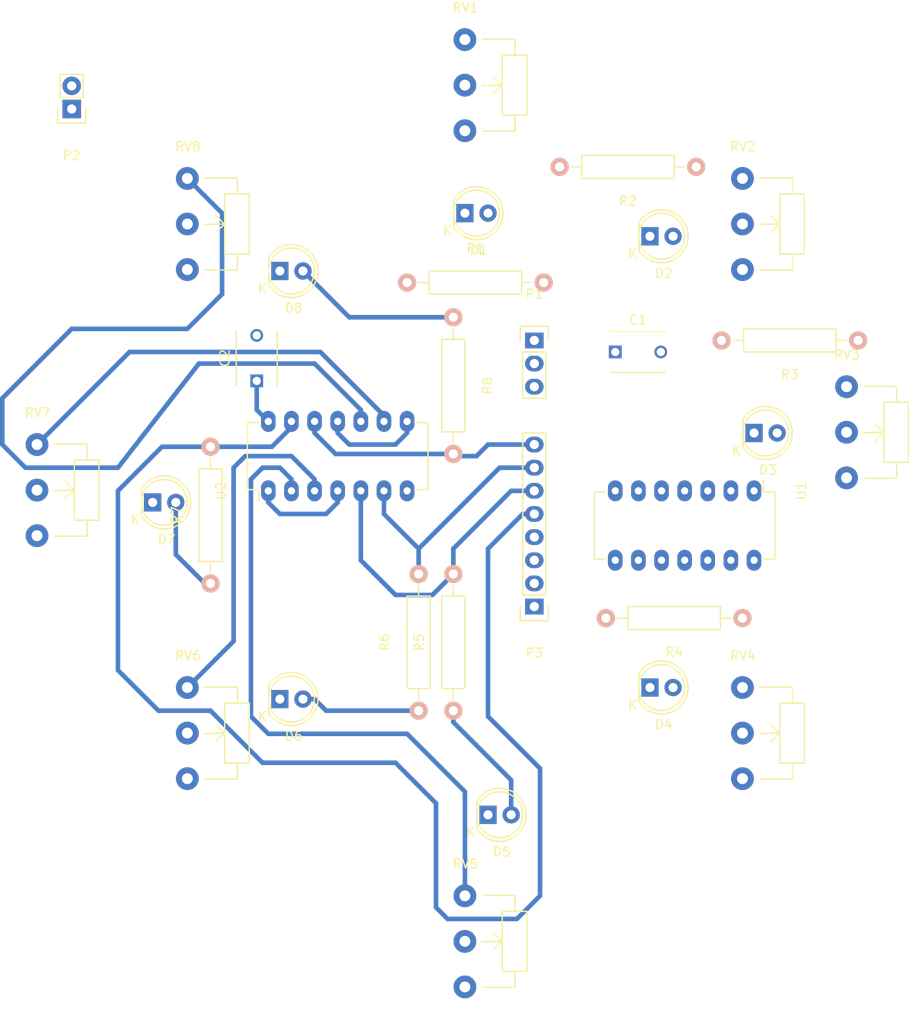
<source format=kicad_pcb>
(kicad_pcb (version 4) (host pcbnew 4.0.3-stable)

  (general
    (links 74)
    (no_connects 55)
    (area 65.585999 35.98642 166.005581 149.12718)
    (thickness 1.6)
    (drawings 0)
    (tracks 95)
    (zones 0)
    (modules 31)
    (nets 28)
  )

  (page A4)
  (layers
    (0 F.Cu signal)
    (31 B.Cu signal)
    (33 F.Adhes user)
    (35 F.Paste user)
    (37 F.SilkS user)
    (39 F.Mask user)
    (40 Dwgs.User user)
    (41 Cmts.User user)
    (42 Eco1.User user)
    (43 Eco2.User user)
    (44 Edge.Cuts user)
    (45 Margin user)
    (47 F.CrtYd user)
    (49 F.Fab user)
  )

  (setup
    (last_trace_width 0.25)
    (user_trace_width 0.508)
    (trace_clearance 0.2)
    (zone_clearance 0.508)
    (zone_45_only no)
    (trace_min 0.2)
    (segment_width 0.2)
    (edge_width 0.15)
    (via_size 0.6)
    (via_drill 0.4)
    (via_min_size 0.4)
    (via_min_drill 0.3)
    (user_via 1.651 1.016)
    (uvia_size 0.3)
    (uvia_drill 0.1)
    (uvias_allowed no)
    (uvia_min_size 0.2)
    (uvia_min_drill 0.1)
    (pcb_text_width 0.3)
    (pcb_text_size 1.5 1.5)
    (mod_edge_width 0.15)
    (mod_text_size 1 1)
    (mod_text_width 0.15)
    (pad_size 2 1.9)
    (pad_drill 1.00076)
    (pad_to_mask_clearance 0.2)
    (aux_axis_origin 0 0)
    (grid_origin 125.73 82.55)
    (visible_elements 7FFFFFFF)
    (pcbplotparams
      (layerselection 0x00030_80000001)
      (usegerberextensions false)
      (excludeedgelayer true)
      (linewidth 0.100000)
      (plotframeref false)
      (viasonmask false)
      (mode 1)
      (useauxorigin false)
      (hpglpennumber 1)
      (hpglpenspeed 20)
      (hpglpendiameter 15)
      (hpglpenoverlay 2)
      (psnegative false)
      (psa4output false)
      (plotreference true)
      (plotvalue true)
      (plotinvisibletext false)
      (padsonsilk false)
      (subtractmaskfromsilk false)
      (outputformat 1)
      (mirror false)
      (drillshape 1)
      (scaleselection 1)
      (outputdirectory ""))
  )

  (net 0 "")
  (net 1 GND)
  (net 2 "Net-(D1-Pad2)")
  (net 3 "Net-(D2-Pad2)")
  (net 4 "Net-(D3-Pad2)")
  (net 5 "Net-(D4-Pad2)")
  (net 6 "Net-(D5-Pad2)")
  (net 7 "Net-(D6-Pad2)")
  (net 8 "Net-(D7-Pad2)")
  (net 9 "Net-(D8-Pad2)")
  (net 10 +5V)
  (net 11 cvout)
  (net 12 "Net-(P3-Pad1)")
  (net 13 "Net-(P3-Pad2)")
  (net 14 "Net-(P3-Pad3)")
  (net 15 "Net-(P3-Pad4)")
  (net 16 "Net-(P3-Pad5)")
  (net 17 "Net-(P3-Pad6)")
  (net 18 "Net-(P3-Pad7)")
  (net 19 "Net-(P3-Pad8)")
  (net 20 "Net-(RV1-Pad1)")
  (net 21 "Net-(RV2-Pad1)")
  (net 22 "Net-(RV3-Pad1)")
  (net 23 "Net-(RV4-Pad1)")
  (net 24 "Net-(RV5-Pad1)")
  (net 25 "Net-(RV6-Pad1)")
  (net 26 "Net-(RV7-Pad1)")
  (net 27 "Net-(RV8-Pad1)")

  (net_class Default "Esta é a classe de net default."
    (clearance 0.2)
    (trace_width 0.25)
    (via_dia 0.6)
    (via_drill 0.4)
    (uvia_dia 0.3)
    (uvia_drill 0.1)
    (add_net +5V)
    (add_net GND)
    (add_net "Net-(D1-Pad2)")
    (add_net "Net-(D2-Pad2)")
    (add_net "Net-(D3-Pad2)")
    (add_net "Net-(D4-Pad2)")
    (add_net "Net-(D5-Pad2)")
    (add_net "Net-(D6-Pad2)")
    (add_net "Net-(D7-Pad2)")
    (add_net "Net-(D8-Pad2)")
    (add_net "Net-(P3-Pad1)")
    (add_net "Net-(P3-Pad2)")
    (add_net "Net-(P3-Pad3)")
    (add_net "Net-(P3-Pad4)")
    (add_net "Net-(P3-Pad5)")
    (add_net "Net-(P3-Pad6)")
    (add_net "Net-(P3-Pad7)")
    (add_net "Net-(P3-Pad8)")
    (add_net "Net-(RV1-Pad1)")
    (add_net "Net-(RV2-Pad1)")
    (add_net "Net-(RV3-Pad1)")
    (add_net "Net-(RV4-Pad1)")
    (add_net "Net-(RV5-Pad1)")
    (add_net "Net-(RV6-Pad1)")
    (add_net "Net-(RV7-Pad1)")
    (add_net "Net-(RV8-Pad1)")
    (add_net cvout)
  )

  (net_class pistas ""
    (clearance 0.381)
    (trace_width 0.508)
    (via_dia 1.651)
    (via_drill 1.016)
    (uvia_dia 0.3)
    (uvia_drill 0.1)
  )

  (module Housings_DIP:DIP-14_W7.62mm_LongPads (layer F.Cu) (tedit 54130A77) (tstamp 582CA42F)
    (at 106.045 82.55 90)
    (descr "14-lead dip package, row spacing 7.62 mm (300 mils), longer pads")
    (tags "dil dip 2.54 300")
    (path /582BEFDD)
    (fp_text reference U2 (at 0 -5.22 90) (layer F.SilkS)
      (effects (font (size 1 1) (thickness 0.15)))
    )
    (fp_text value cd4016 (at 0 -3.72 90) (layer F.Fab)
      (effects (font (size 1 1) (thickness 0.15)))
    )
    (fp_line (start -1.4 -2.45) (end -1.4 17.7) (layer F.CrtYd) (width 0.05))
    (fp_line (start 9 -2.45) (end 9 17.7) (layer F.CrtYd) (width 0.05))
    (fp_line (start -1.4 -2.45) (end 9 -2.45) (layer F.CrtYd) (width 0.05))
    (fp_line (start -1.4 17.7) (end 9 17.7) (layer F.CrtYd) (width 0.05))
    (fp_line (start 0.135 -2.295) (end 0.135 -1.025) (layer F.SilkS) (width 0.15))
    (fp_line (start 7.485 -2.295) (end 7.485 -1.025) (layer F.SilkS) (width 0.15))
    (fp_line (start 7.485 17.535) (end 7.485 16.265) (layer F.SilkS) (width 0.15))
    (fp_line (start 0.135 17.535) (end 0.135 16.265) (layer F.SilkS) (width 0.15))
    (fp_line (start 0.135 -2.295) (end 7.485 -2.295) (layer F.SilkS) (width 0.15))
    (fp_line (start 0.135 17.535) (end 7.485 17.535) (layer F.SilkS) (width 0.15))
    (fp_line (start 0.135 -1.025) (end -1.15 -1.025) (layer F.SilkS) (width 0.15))
    (pad 1 thru_hole oval (at 0 0 90) (size 2.3 1.6) (drill 0.8) (layers *.Cu *.Mask)
      (net 10 +5V))
    (pad 2 thru_hole oval (at 0 2.54 90) (size 2.3 1.6) (drill 0.8) (layers *.Cu *.Mask)
      (net 24 "Net-(RV5-Pad1)"))
    (pad 3 thru_hole oval (at 0 5.08 90) (size 2.3 1.6) (drill 0.8) (layers *.Cu *.Mask)
      (net 25 "Net-(RV6-Pad1)"))
    (pad 4 thru_hole oval (at 0 7.62 90) (size 2.3 1.6) (drill 0.8) (layers *.Cu *.Mask)
      (net 10 +5V))
    (pad 5 thru_hole oval (at 0 10.16 90) (size 2.3 1.6) (drill 0.8) (layers *.Cu *.Mask)
      (net 17 "Net-(P3-Pad6)"))
    (pad 6 thru_hole oval (at 0 12.7 90) (size 2.3 1.6) (drill 0.8) (layers *.Cu *.Mask)
      (net 18 "Net-(P3-Pad7)"))
    (pad 7 thru_hole oval (at 0 15.24 90) (size 2.3 1.6) (drill 0.8) (layers *.Cu *.Mask)
      (net 1 GND))
    (pad 8 thru_hole oval (at 7.62 15.24 90) (size 2.3 1.6) (drill 0.8) (layers *.Cu *.Mask)
      (net 10 +5V))
    (pad 9 thru_hole oval (at 7.62 12.7 90) (size 2.3 1.6) (drill 0.8) (layers *.Cu *.Mask)
      (net 26 "Net-(RV7-Pad1)"))
    (pad 10 thru_hole oval (at 7.62 10.16 90) (size 2.3 1.6) (drill 0.8) (layers *.Cu *.Mask)
      (net 27 "Net-(RV8-Pad1)"))
    (pad 11 thru_hole oval (at 7.62 7.62 90) (size 2.3 1.6) (drill 0.8) (layers *.Cu *.Mask)
      (net 10 +5V))
    (pad 12 thru_hole oval (at 7.62 5.08 90) (size 2.3 1.6) (drill 0.8) (layers *.Cu *.Mask)
      (net 19 "Net-(P3-Pad8)"))
    (pad 13 thru_hole oval (at 7.62 2.54 90) (size 2.3 1.6) (drill 0.8) (layers *.Cu *.Mask)
      (net 16 "Net-(P3-Pad5)"))
    (pad 14 thru_hole oval (at 7.62 0 90) (size 2.3 1.6) (drill 0.8) (layers *.Cu *.Mask)
      (net 10 +5V))
    (model Housings_DIP.3dshapes/DIP-14_W7.62mm_LongPads.wrl
      (at (xyz 0 0 0))
      (scale (xyz 1 1 1))
      (rotate (xyz 0 0 0))
    )
  )

  (module LEDs:LED-5MM (layer F.Cu) (tedit 5849C2BD) (tstamp 582CA257)
    (at 127.635 52.07)
    (descr "LED 5mm round vertical")
    (tags "LED 5mm round vertical")
    (path /5829880D)
    (fp_text reference D1 (at 1.524 4.064) (layer F.SilkS)
      (effects (font (size 1 1) (thickness 0.15)))
    )
    (fp_text value LED (at 1.27 -4.445) (layer F.Fab)
      (effects (font (size 1 1) (thickness 0.15)))
    )
    (fp_line (start -1.5 -1.55) (end -1.5 1.55) (layer F.CrtYd) (width 0.05))
    (fp_arc (start 1.3 0) (end -1.5 1.55) (angle -302) (layer F.CrtYd) (width 0.05))
    (fp_arc (start 1.27 0) (end -1.23 -1.5) (angle 297.5) (layer F.SilkS) (width 0.15))
    (fp_line (start -1.23 1.5) (end -1.23 -1.5) (layer F.SilkS) (width 0.15))
    (fp_circle (center 1.27 0) (end 0.97 -2.5) (layer F.SilkS) (width 0.15))
    (fp_text user K (at -1.905 1.905) (layer F.SilkS)
      (effects (font (size 1 1) (thickness 0.15)))
    )
    (pad 1 thru_hole rect (at 0 0 90) (size 2 1.9) (drill 1.00076) (layers *.Cu *.Mask)
      (net 1 GND))
    (pad 2 thru_hole circle (at 2.54 0) (size 1.9 1.9) (drill 1.00076) (layers *.Cu *.Mask)
      (net 2 "Net-(D1-Pad2)"))
    (model LEDs.3dshapes/LED-5MM.wrl
      (at (xyz 0.05 0 0))
      (scale (xyz 1 1 1))
      (rotate (xyz 0 0 90))
    )
  )

  (module LEDs:LED-5MM (layer F.Cu) (tedit 5570F7EA) (tstamp 582CA263)
    (at 147.955 54.61)
    (descr "LED 5mm round vertical")
    (tags "LED 5mm round vertical")
    (path /58298800)
    (fp_text reference D2 (at 1.524 4.064) (layer F.SilkS)
      (effects (font (size 1 1) (thickness 0.15)))
    )
    (fp_text value LED (at 1.524 -3.937) (layer F.Fab)
      (effects (font (size 1 1) (thickness 0.15)))
    )
    (fp_line (start -1.5 -1.55) (end -1.5 1.55) (layer F.CrtYd) (width 0.05))
    (fp_arc (start 1.3 0) (end -1.5 1.55) (angle -302) (layer F.CrtYd) (width 0.05))
    (fp_arc (start 1.27 0) (end -1.23 -1.5) (angle 297.5) (layer F.SilkS) (width 0.15))
    (fp_line (start -1.23 1.5) (end -1.23 -1.5) (layer F.SilkS) (width 0.15))
    (fp_circle (center 1.27 0) (end 0.97 -2.5) (layer F.SilkS) (width 0.15))
    (fp_text user K (at -1.905 1.905) (layer F.SilkS)
      (effects (font (size 1 1) (thickness 0.15)))
    )
    (pad 1 thru_hole rect (at 0 0 90) (size 2 1.9) (drill 1.00076) (layers *.Cu *.Mask)
      (net 1 GND))
    (pad 2 thru_hole circle (at 2.54 0) (size 1.9 1.9) (drill 1.00076) (layers *.Cu *.Mask)
      (net 3 "Net-(D2-Pad2)"))
    (model LEDs.3dshapes/LED-5MM.wrl
      (at (xyz 0.05 0 0))
      (scale (xyz 1 1 1))
      (rotate (xyz 0 0 90))
    )
  )

  (module LEDs:LED-5MM (layer F.Cu) (tedit 5570F7EA) (tstamp 582CA26F)
    (at 159.385 76.2)
    (descr "LED 5mm round vertical")
    (tags "LED 5mm round vertical")
    (path /58298B10)
    (fp_text reference D3 (at 1.524 4.064) (layer F.SilkS)
      (effects (font (size 1 1) (thickness 0.15)))
    )
    (fp_text value LED (at 1.524 -3.937) (layer F.Fab)
      (effects (font (size 1 1) (thickness 0.15)))
    )
    (fp_line (start -1.5 -1.55) (end -1.5 1.55) (layer F.CrtYd) (width 0.05))
    (fp_arc (start 1.3 0) (end -1.5 1.55) (angle -302) (layer F.CrtYd) (width 0.05))
    (fp_arc (start 1.27 0) (end -1.23 -1.5) (angle 297.5) (layer F.SilkS) (width 0.15))
    (fp_line (start -1.23 1.5) (end -1.23 -1.5) (layer F.SilkS) (width 0.15))
    (fp_circle (center 1.27 0) (end 0.97 -2.5) (layer F.SilkS) (width 0.15))
    (fp_text user K (at -1.905 1.905) (layer F.SilkS)
      (effects (font (size 1 1) (thickness 0.15)))
    )
    (pad 1 thru_hole rect (at 0 0 90) (size 2 1.9) (drill 1.00076) (layers *.Cu *.Mask)
      (net 1 GND))
    (pad 2 thru_hole circle (at 2.54 0) (size 1.9 1.9) (drill 1.00076) (layers *.Cu *.Mask)
      (net 4 "Net-(D3-Pad2)"))
    (model LEDs.3dshapes/LED-5MM.wrl
      (at (xyz 0.05 0 0))
      (scale (xyz 1 1 1))
      (rotate (xyz 0 0 90))
    )
  )

  (module LEDs:LED-5MM (layer F.Cu) (tedit 5570F7EA) (tstamp 582CA27B)
    (at 147.955 104.14)
    (descr "LED 5mm round vertical")
    (tags "LED 5mm round vertical")
    (path /58298B1D)
    (fp_text reference D4 (at 1.524 4.064) (layer F.SilkS)
      (effects (font (size 1 1) (thickness 0.15)))
    )
    (fp_text value LED (at 1.524 -3.937) (layer F.Fab)
      (effects (font (size 1 1) (thickness 0.15)))
    )
    (fp_line (start -1.5 -1.55) (end -1.5 1.55) (layer F.CrtYd) (width 0.05))
    (fp_arc (start 1.3 0) (end -1.5 1.55) (angle -302) (layer F.CrtYd) (width 0.05))
    (fp_arc (start 1.27 0) (end -1.23 -1.5) (angle 297.5) (layer F.SilkS) (width 0.15))
    (fp_line (start -1.23 1.5) (end -1.23 -1.5) (layer F.SilkS) (width 0.15))
    (fp_circle (center 1.27 0) (end 0.97 -2.5) (layer F.SilkS) (width 0.15))
    (fp_text user K (at -1.905 1.905) (layer F.SilkS)
      (effects (font (size 1 1) (thickness 0.15)))
    )
    (pad 1 thru_hole rect (at 0 0 90) (size 2 1.9) (drill 1.00076) (layers *.Cu *.Mask)
      (net 1 GND))
    (pad 2 thru_hole circle (at 2.54 0) (size 1.9 1.9) (drill 1.00076) (layers *.Cu *.Mask)
      (net 5 "Net-(D4-Pad2)"))
    (model LEDs.3dshapes/LED-5MM.wrl
      (at (xyz 0.05 0 0))
      (scale (xyz 1 1 1))
      (rotate (xyz 0 0 90))
    )
  )

  (module LEDs:LED-5MM (layer F.Cu) (tedit 5570F7EA) (tstamp 582CA287)
    (at 130.175 118.11)
    (descr "LED 5mm round vertical")
    (tags "LED 5mm round vertical")
    (path /582B635E)
    (fp_text reference D5 (at 1.524 4.064) (layer F.SilkS)
      (effects (font (size 1 1) (thickness 0.15)))
    )
    (fp_text value LED (at 1.524 -3.937) (layer F.Fab)
      (effects (font (size 1 1) (thickness 0.15)))
    )
    (fp_line (start -1.5 -1.55) (end -1.5 1.55) (layer F.CrtYd) (width 0.05))
    (fp_arc (start 1.3 0) (end -1.5 1.55) (angle -302) (layer F.CrtYd) (width 0.05))
    (fp_arc (start 1.27 0) (end -1.23 -1.5) (angle 297.5) (layer F.SilkS) (width 0.15))
    (fp_line (start -1.23 1.5) (end -1.23 -1.5) (layer F.SilkS) (width 0.15))
    (fp_circle (center 1.27 0) (end 0.97 -2.5) (layer F.SilkS) (width 0.15))
    (fp_text user K (at -1.905 1.905) (layer F.SilkS)
      (effects (font (size 1 1) (thickness 0.15)))
    )
    (pad 1 thru_hole rect (at 0 0 90) (size 2 1.9) (drill 1.00076) (layers *.Cu *.Mask)
      (net 1 GND))
    (pad 2 thru_hole circle (at 2.54 0) (size 1.9 1.9) (drill 1.00076) (layers *.Cu *.Mask)
      (net 6 "Net-(D5-Pad2)"))
    (model LEDs.3dshapes/LED-5MM.wrl
      (at (xyz 0.05 0 0))
      (scale (xyz 1 1 1))
      (rotate (xyz 0 0 90))
    )
  )

  (module LEDs:LED-5MM (layer F.Cu) (tedit 5570F7EA) (tstamp 582CA293)
    (at 107.315 105.41)
    (descr "LED 5mm round vertical")
    (tags "LED 5mm round vertical")
    (path /582B634B)
    (fp_text reference D6 (at 1.524 4.064) (layer F.SilkS)
      (effects (font (size 1 1) (thickness 0.15)))
    )
    (fp_text value LED (at 1.524 -3.937) (layer F.Fab)
      (effects (font (size 1 1) (thickness 0.15)))
    )
    (fp_line (start -1.5 -1.55) (end -1.5 1.55) (layer F.CrtYd) (width 0.05))
    (fp_arc (start 1.3 0) (end -1.5 1.55) (angle -302) (layer F.CrtYd) (width 0.05))
    (fp_arc (start 1.27 0) (end -1.23 -1.5) (angle 297.5) (layer F.SilkS) (width 0.15))
    (fp_line (start -1.23 1.5) (end -1.23 -1.5) (layer F.SilkS) (width 0.15))
    (fp_circle (center 1.27 0) (end 0.97 -2.5) (layer F.SilkS) (width 0.15))
    (fp_text user K (at -1.905 1.905) (layer F.SilkS)
      (effects (font (size 1 1) (thickness 0.15)))
    )
    (pad 1 thru_hole rect (at 0 0 90) (size 2 1.9) (drill 1.00076) (layers *.Cu *.Mask)
      (net 1 GND))
    (pad 2 thru_hole circle (at 2.54 0) (size 1.9 1.9) (drill 1.00076) (layers *.Cu *.Mask)
      (net 7 "Net-(D6-Pad2)"))
    (model LEDs.3dshapes/LED-5MM.wrl
      (at (xyz 0.05 0 0))
      (scale (xyz 1 1 1))
      (rotate (xyz 0 0 90))
    )
  )

  (module LEDs:LED-5MM (layer F.Cu) (tedit 5570F7EA) (tstamp 582CA29F)
    (at 93.345 83.82)
    (descr "LED 5mm round vertical")
    (tags "LED 5mm round vertical")
    (path /582B9549)
    (fp_text reference D7 (at 1.524 4.064) (layer F.SilkS)
      (effects (font (size 1 1) (thickness 0.15)))
    )
    (fp_text value LED (at 1.524 -3.937) (layer F.Fab)
      (effects (font (size 1 1) (thickness 0.15)))
    )
    (fp_line (start -1.5 -1.55) (end -1.5 1.55) (layer F.CrtYd) (width 0.05))
    (fp_arc (start 1.3 0) (end -1.5 1.55) (angle -302) (layer F.CrtYd) (width 0.05))
    (fp_arc (start 1.27 0) (end -1.23 -1.5) (angle 297.5) (layer F.SilkS) (width 0.15))
    (fp_line (start -1.23 1.5) (end -1.23 -1.5) (layer F.SilkS) (width 0.15))
    (fp_circle (center 1.27 0) (end 0.97 -2.5) (layer F.SilkS) (width 0.15))
    (fp_text user K (at -1.905 1.905) (layer F.SilkS)
      (effects (font (size 1 1) (thickness 0.15)))
    )
    (pad 1 thru_hole rect (at 0 0 90) (size 2 1.9) (drill 1.00076) (layers *.Cu *.Mask)
      (net 1 GND))
    (pad 2 thru_hole circle (at 2.54 0) (size 1.9 1.9) (drill 1.00076) (layers *.Cu *.Mask)
      (net 8 "Net-(D7-Pad2)"))
    (model LEDs.3dshapes/LED-5MM.wrl
      (at (xyz 0.05 0 0))
      (scale (xyz 1 1 1))
      (rotate (xyz 0 0 90))
    )
  )

  (module LEDs:LED-5MM (layer F.Cu) (tedit 5570F7EA) (tstamp 582CA2AB)
    (at 107.315 58.42)
    (descr "LED 5mm round vertical")
    (tags "LED 5mm round vertical")
    (path /582B9555)
    (fp_text reference D8 (at 1.524 4.064) (layer F.SilkS)
      (effects (font (size 1 1) (thickness 0.15)))
    )
    (fp_text value LED (at 1.524 -3.937) (layer F.Fab)
      (effects (font (size 1 1) (thickness 0.15)))
    )
    (fp_line (start -1.5 -1.55) (end -1.5 1.55) (layer F.CrtYd) (width 0.05))
    (fp_arc (start 1.3 0) (end -1.5 1.55) (angle -302) (layer F.CrtYd) (width 0.05))
    (fp_arc (start 1.27 0) (end -1.23 -1.5) (angle 297.5) (layer F.SilkS) (width 0.15))
    (fp_line (start -1.23 1.5) (end -1.23 -1.5) (layer F.SilkS) (width 0.15))
    (fp_circle (center 1.27 0) (end 0.97 -2.5) (layer F.SilkS) (width 0.15))
    (fp_text user K (at -1.905 1.905) (layer F.SilkS)
      (effects (font (size 1 1) (thickness 0.15)))
    )
    (pad 1 thru_hole rect (at 0 0 90) (size 2 1.9) (drill 1.00076) (layers *.Cu *.Mask)
      (net 1 GND))
    (pad 2 thru_hole circle (at 2.54 0) (size 1.9 1.9) (drill 1.00076) (layers *.Cu *.Mask)
      (net 9 "Net-(D8-Pad2)"))
    (model LEDs.3dshapes/LED-5MM.wrl
      (at (xyz 0.05 0 0))
      (scale (xyz 1 1 1))
      (rotate (xyz 0 0 90))
    )
  )

  (module Pin_Headers:Pin_Header_Straight_1x03 (layer F.Cu) (tedit 0) (tstamp 582CA2BD)
    (at 135.255 66.04)
    (descr "Through hole pin header")
    (tags "pin header")
    (path /582A36CF)
    (fp_text reference P1 (at 0 -5.1) (layer F.SilkS)
      (effects (font (size 1 1) (thickness 0.15)))
    )
    (fp_text value CONN_01X03 (at 0 -3.1) (layer F.Fab)
      (effects (font (size 1 1) (thickness 0.15)))
    )
    (fp_line (start -1.75 -1.75) (end -1.75 6.85) (layer F.CrtYd) (width 0.05))
    (fp_line (start 1.75 -1.75) (end 1.75 6.85) (layer F.CrtYd) (width 0.05))
    (fp_line (start -1.75 -1.75) (end 1.75 -1.75) (layer F.CrtYd) (width 0.05))
    (fp_line (start -1.75 6.85) (end 1.75 6.85) (layer F.CrtYd) (width 0.05))
    (fp_line (start -1.27 1.27) (end -1.27 6.35) (layer F.SilkS) (width 0.15))
    (fp_line (start -1.27 6.35) (end 1.27 6.35) (layer F.SilkS) (width 0.15))
    (fp_line (start 1.27 6.35) (end 1.27 1.27) (layer F.SilkS) (width 0.15))
    (fp_line (start 1.55 -1.55) (end 1.55 0) (layer F.SilkS) (width 0.15))
    (fp_line (start 1.27 1.27) (end -1.27 1.27) (layer F.SilkS) (width 0.15))
    (fp_line (start -1.55 0) (end -1.55 -1.55) (layer F.SilkS) (width 0.15))
    (fp_line (start -1.55 -1.55) (end 1.55 -1.55) (layer F.SilkS) (width 0.15))
    (pad 1 thru_hole rect (at 0 0) (size 2.032 1.7272) (drill 1.016) (layers *.Cu *.Mask)
      (net 1 GND))
    (pad 2 thru_hole oval (at 0 2.54) (size 2.032 1.7272) (drill 1.016) (layers *.Cu *.Mask)
      (net 1 GND))
    (pad 3 thru_hole oval (at 0 5.08) (size 2.032 1.7272) (drill 1.016) (layers *.Cu *.Mask)
      (net 10 +5V))
    (model Pin_Headers.3dshapes/Pin_Header_Straight_1x03.wrl
      (at (xyz 0 -0.1 0))
      (scale (xyz 1 1 1))
      (rotate (xyz 0 0 90))
    )
  )

  (module Pin_Headers:Pin_Header_Straight_1x02 (layer F.Cu) (tedit 54EA090C) (tstamp 582CA2CE)
    (at 84.455 40.64 180)
    (descr "Through hole pin header")
    (tags "pin header")
    (path /582A60B9)
    (fp_text reference P2 (at 0 -5.1 180) (layer F.SilkS)
      (effects (font (size 1 1) (thickness 0.15)))
    )
    (fp_text value CONN_01X02 (at 0 -3.1 180) (layer F.Fab)
      (effects (font (size 1 1) (thickness 0.15)))
    )
    (fp_line (start 1.27 1.27) (end 1.27 3.81) (layer F.SilkS) (width 0.15))
    (fp_line (start 1.55 -1.55) (end 1.55 0) (layer F.SilkS) (width 0.15))
    (fp_line (start -1.75 -1.75) (end -1.75 4.3) (layer F.CrtYd) (width 0.05))
    (fp_line (start 1.75 -1.75) (end 1.75 4.3) (layer F.CrtYd) (width 0.05))
    (fp_line (start -1.75 -1.75) (end 1.75 -1.75) (layer F.CrtYd) (width 0.05))
    (fp_line (start -1.75 4.3) (end 1.75 4.3) (layer F.CrtYd) (width 0.05))
    (fp_line (start 1.27 1.27) (end -1.27 1.27) (layer F.SilkS) (width 0.15))
    (fp_line (start -1.55 0) (end -1.55 -1.55) (layer F.SilkS) (width 0.15))
    (fp_line (start -1.55 -1.55) (end 1.55 -1.55) (layer F.SilkS) (width 0.15))
    (fp_line (start -1.27 1.27) (end -1.27 3.81) (layer F.SilkS) (width 0.15))
    (fp_line (start -1.27 3.81) (end 1.27 3.81) (layer F.SilkS) (width 0.15))
    (pad 1 thru_hole rect (at 0 0 180) (size 2.032 2.032) (drill 1.016) (layers *.Cu *.Mask)
      (net 1 GND))
    (pad 2 thru_hole oval (at 0 2.54 180) (size 2.032 2.032) (drill 1.016) (layers *.Cu *.Mask)
      (net 11 cvout))
    (model Pin_Headers.3dshapes/Pin_Header_Straight_1x02.wrl
      (at (xyz 0 -0.05 0))
      (scale (xyz 1 1 1))
      (rotate (xyz 0 0 90))
    )
  )

  (module Pin_Headers:Pin_Header_Straight_1x08 (layer F.Cu) (tedit 0) (tstamp 582CA2E5)
    (at 135.255 95.25 180)
    (descr "Through hole pin header")
    (tags "pin header")
    (path /5828DDC6)
    (fp_text reference P3 (at 0 -5.1 180) (layer F.SilkS)
      (effects (font (size 1 1) (thickness 0.15)))
    )
    (fp_text value CONN_01X08 (at 0 -3.1 180) (layer F.Fab)
      (effects (font (size 1 1) (thickness 0.15)))
    )
    (fp_line (start -1.75 -1.75) (end -1.75 19.55) (layer F.CrtYd) (width 0.05))
    (fp_line (start 1.75 -1.75) (end 1.75 19.55) (layer F.CrtYd) (width 0.05))
    (fp_line (start -1.75 -1.75) (end 1.75 -1.75) (layer F.CrtYd) (width 0.05))
    (fp_line (start -1.75 19.55) (end 1.75 19.55) (layer F.CrtYd) (width 0.05))
    (fp_line (start 1.27 1.27) (end 1.27 19.05) (layer F.SilkS) (width 0.15))
    (fp_line (start 1.27 19.05) (end -1.27 19.05) (layer F.SilkS) (width 0.15))
    (fp_line (start -1.27 19.05) (end -1.27 1.27) (layer F.SilkS) (width 0.15))
    (fp_line (start 1.55 -1.55) (end 1.55 0) (layer F.SilkS) (width 0.15))
    (fp_line (start 1.27 1.27) (end -1.27 1.27) (layer F.SilkS) (width 0.15))
    (fp_line (start -1.55 0) (end -1.55 -1.55) (layer F.SilkS) (width 0.15))
    (fp_line (start -1.55 -1.55) (end 1.55 -1.55) (layer F.SilkS) (width 0.15))
    (pad 1 thru_hole rect (at 0 0 180) (size 2.032 1.7272) (drill 1.016) (layers *.Cu *.Mask)
      (net 12 "Net-(P3-Pad1)"))
    (pad 2 thru_hole oval (at 0 2.54 180) (size 2.032 1.7272) (drill 1.016) (layers *.Cu *.Mask)
      (net 13 "Net-(P3-Pad2)"))
    (pad 3 thru_hole oval (at 0 5.08 180) (size 2.032 1.7272) (drill 1.016) (layers *.Cu *.Mask)
      (net 14 "Net-(P3-Pad3)"))
    (pad 4 thru_hole oval (at 0 7.62 180) (size 2.032 1.7272) (drill 1.016) (layers *.Cu *.Mask)
      (net 15 "Net-(P3-Pad4)"))
    (pad 5 thru_hole oval (at 0 10.16 180) (size 2.032 1.7272) (drill 1.016) (layers *.Cu *.Mask)
      (net 16 "Net-(P3-Pad5)"))
    (pad 6 thru_hole oval (at 0 12.7 180) (size 2.032 1.7272) (drill 1.016) (layers *.Cu *.Mask)
      (net 17 "Net-(P3-Pad6)"))
    (pad 7 thru_hole oval (at 0 15.24 180) (size 2.032 1.7272) (drill 1.016) (layers *.Cu *.Mask)
      (net 18 "Net-(P3-Pad7)"))
    (pad 8 thru_hole oval (at 0 17.78 180) (size 2.032 1.7272) (drill 1.016) (layers *.Cu *.Mask)
      (net 19 "Net-(P3-Pad8)"))
    (model Pin_Headers.3dshapes/Pin_Header_Straight_1x08.wrl
      (at (xyz 0 -0.35 0))
      (scale (xyz 1 1 1))
      (rotate (xyz 0 0 90))
    )
  )

  (module Resistors_ThroughHole:Resistor_Horizontal_RM15mm (layer F.Cu) (tedit 569FCEE8) (tstamp 582CA2F5)
    (at 121.285 59.69)
    (descr "Resistor, Axial, RM 15mm,")
    (tags "Resistor Axial RM 15mm")
    (path /58298813)
    (fp_text reference R1 (at 7.5 -3.74904) (layer F.SilkS)
      (effects (font (size 1 1) (thickness 0.15)))
    )
    (fp_text value 1,5k (at 7.5 4.0005) (layer F.Fab)
      (effects (font (size 1 1) (thickness 0.15)))
    )
    (fp_line (start -1.25 1.5) (end -1.25 -1.5) (layer F.CrtYd) (width 0.05))
    (fp_line (start -1.25 -1.5) (end 16.25 -1.5) (layer F.CrtYd) (width 0.05))
    (fp_line (start 16.25 -1.5) (end 16.25 1.5) (layer F.CrtYd) (width 0.05))
    (fp_line (start 16.25 1.5) (end -1.25 1.5) (layer F.CrtYd) (width 0.05))
    (fp_line (start 2.42 -1.27) (end 2.42 1.27) (layer F.SilkS) (width 0.15))
    (fp_line (start 2.42 1.27) (end 12.58 1.27) (layer F.SilkS) (width 0.15))
    (fp_line (start 12.58 1.27) (end 12.58 -1.27) (layer F.SilkS) (width 0.15))
    (fp_line (start 12.58 -1.27) (end 2.42 -1.27) (layer F.SilkS) (width 0.15))
    (fp_line (start 13.73 0) (end 12.58 0) (layer F.SilkS) (width 0.15))
    (fp_line (start 1.27 0) (end 2.42 0) (layer F.SilkS) (width 0.15))
    (pad 1 thru_hole circle (at 0 0) (size 1.99898 1.99898) (drill 1.00076) (layers *.Cu *.SilkS *.Mask)
      (net 2 "Net-(D1-Pad2)"))
    (pad 2 thru_hole circle (at 15 0) (size 1.99898 1.99898) (drill 1.00076) (layers *.Cu *.SilkS *.Mask)
      (net 13 "Net-(P3-Pad2)"))
    (model Resistors_ThroughHole.3dshapes/Resistor_Horizontal_RM15mm.wrl
      (at (xyz 0.295 0 0))
      (scale (xyz 0.395 0.4 0.4))
      (rotate (xyz 0 0 0))
    )
  )

  (module Resistors_ThroughHole:Resistor_Horizontal_RM15mm (layer F.Cu) (tedit 569FCEE8) (tstamp 582CA305)
    (at 153.035 46.99 180)
    (descr "Resistor, Axial, RM 15mm,")
    (tags "Resistor Axial RM 15mm")
    (path /58298806)
    (fp_text reference R2 (at 7.5 -3.74904 180) (layer F.SilkS)
      (effects (font (size 1 1) (thickness 0.15)))
    )
    (fp_text value 1,5k (at 7.5 4.0005 180) (layer F.Fab)
      (effects (font (size 1 1) (thickness 0.15)))
    )
    (fp_line (start -1.25 1.5) (end -1.25 -1.5) (layer F.CrtYd) (width 0.05))
    (fp_line (start -1.25 -1.5) (end 16.25 -1.5) (layer F.CrtYd) (width 0.05))
    (fp_line (start 16.25 -1.5) (end 16.25 1.5) (layer F.CrtYd) (width 0.05))
    (fp_line (start 16.25 1.5) (end -1.25 1.5) (layer F.CrtYd) (width 0.05))
    (fp_line (start 2.42 -1.27) (end 2.42 1.27) (layer F.SilkS) (width 0.15))
    (fp_line (start 2.42 1.27) (end 12.58 1.27) (layer F.SilkS) (width 0.15))
    (fp_line (start 12.58 1.27) (end 12.58 -1.27) (layer F.SilkS) (width 0.15))
    (fp_line (start 12.58 -1.27) (end 2.42 -1.27) (layer F.SilkS) (width 0.15))
    (fp_line (start 13.73 0) (end 12.58 0) (layer F.SilkS) (width 0.15))
    (fp_line (start 1.27 0) (end 2.42 0) (layer F.SilkS) (width 0.15))
    (pad 1 thru_hole circle (at 0 0 180) (size 1.99898 1.99898) (drill 1.00076) (layers *.Cu *.SilkS *.Mask)
      (net 3 "Net-(D2-Pad2)"))
    (pad 2 thru_hole circle (at 15 0 180) (size 1.99898 1.99898) (drill 1.00076) (layers *.Cu *.SilkS *.Mask)
      (net 14 "Net-(P3-Pad3)"))
    (model Resistors_ThroughHole.3dshapes/Resistor_Horizontal_RM15mm.wrl
      (at (xyz 0.295 0 0))
      (scale (xyz 0.395 0.4 0.4))
      (rotate (xyz 0 0 0))
    )
  )

  (module Resistors_ThroughHole:Resistor_Horizontal_RM15mm (layer F.Cu) (tedit 569FCEE8) (tstamp 582CA315)
    (at 170.815 66.04 180)
    (descr "Resistor, Axial, RM 15mm,")
    (tags "Resistor Axial RM 15mm")
    (path /58298B16)
    (fp_text reference R3 (at 7.5 -3.74904 180) (layer F.SilkS)
      (effects (font (size 1 1) (thickness 0.15)))
    )
    (fp_text value 1,5k (at 7.5 4.0005 180) (layer F.Fab)
      (effects (font (size 1 1) (thickness 0.15)))
    )
    (fp_line (start -1.25 1.5) (end -1.25 -1.5) (layer F.CrtYd) (width 0.05))
    (fp_line (start -1.25 -1.5) (end 16.25 -1.5) (layer F.CrtYd) (width 0.05))
    (fp_line (start 16.25 -1.5) (end 16.25 1.5) (layer F.CrtYd) (width 0.05))
    (fp_line (start 16.25 1.5) (end -1.25 1.5) (layer F.CrtYd) (width 0.05))
    (fp_line (start 2.42 -1.27) (end 2.42 1.27) (layer F.SilkS) (width 0.15))
    (fp_line (start 2.42 1.27) (end 12.58 1.27) (layer F.SilkS) (width 0.15))
    (fp_line (start 12.58 1.27) (end 12.58 -1.27) (layer F.SilkS) (width 0.15))
    (fp_line (start 12.58 -1.27) (end 2.42 -1.27) (layer F.SilkS) (width 0.15))
    (fp_line (start 13.73 0) (end 12.58 0) (layer F.SilkS) (width 0.15))
    (fp_line (start 1.27 0) (end 2.42 0) (layer F.SilkS) (width 0.15))
    (pad 1 thru_hole circle (at 0 0 180) (size 1.99898 1.99898) (drill 1.00076) (layers *.Cu *.SilkS *.Mask)
      (net 4 "Net-(D3-Pad2)"))
    (pad 2 thru_hole circle (at 15 0 180) (size 1.99898 1.99898) (drill 1.00076) (layers *.Cu *.SilkS *.Mask)
      (net 12 "Net-(P3-Pad1)"))
    (model Resistors_ThroughHole.3dshapes/Resistor_Horizontal_RM15mm.wrl
      (at (xyz 0.295 0 0))
      (scale (xyz 0.395 0.4 0.4))
      (rotate (xyz 0 0 0))
    )
  )

  (module Resistors_ThroughHole:Resistor_Horizontal_RM15mm (layer F.Cu) (tedit 569FCEE8) (tstamp 582CA325)
    (at 158.115 96.52 180)
    (descr "Resistor, Axial, RM 15mm,")
    (tags "Resistor Axial RM 15mm")
    (path /58298B23)
    (fp_text reference R4 (at 7.5 -3.74904 180) (layer F.SilkS)
      (effects (font (size 1 1) (thickness 0.15)))
    )
    (fp_text value 1,5k (at 7.5 4.0005 180) (layer F.Fab)
      (effects (font (size 1 1) (thickness 0.15)))
    )
    (fp_line (start -1.25 1.5) (end -1.25 -1.5) (layer F.CrtYd) (width 0.05))
    (fp_line (start -1.25 -1.5) (end 16.25 -1.5) (layer F.CrtYd) (width 0.05))
    (fp_line (start 16.25 -1.5) (end 16.25 1.5) (layer F.CrtYd) (width 0.05))
    (fp_line (start 16.25 1.5) (end -1.25 1.5) (layer F.CrtYd) (width 0.05))
    (fp_line (start 2.42 -1.27) (end 2.42 1.27) (layer F.SilkS) (width 0.15))
    (fp_line (start 2.42 1.27) (end 12.58 1.27) (layer F.SilkS) (width 0.15))
    (fp_line (start 12.58 1.27) (end 12.58 -1.27) (layer F.SilkS) (width 0.15))
    (fp_line (start 12.58 -1.27) (end 2.42 -1.27) (layer F.SilkS) (width 0.15))
    (fp_line (start 13.73 0) (end 12.58 0) (layer F.SilkS) (width 0.15))
    (fp_line (start 1.27 0) (end 2.42 0) (layer F.SilkS) (width 0.15))
    (pad 1 thru_hole circle (at 0 0 180) (size 1.99898 1.99898) (drill 1.00076) (layers *.Cu *.SilkS *.Mask)
      (net 5 "Net-(D4-Pad2)"))
    (pad 2 thru_hole circle (at 15 0 180) (size 1.99898 1.99898) (drill 1.00076) (layers *.Cu *.SilkS *.Mask)
      (net 15 "Net-(P3-Pad4)"))
    (model Resistors_ThroughHole.3dshapes/Resistor_Horizontal_RM15mm.wrl
      (at (xyz 0.295 0 0))
      (scale (xyz 0.395 0.4 0.4))
      (rotate (xyz 0 0 0))
    )
  )

  (module Resistors_ThroughHole:Resistor_Horizontal_RM15mm (layer F.Cu) (tedit 569FCEE8) (tstamp 582CA335)
    (at 126.365 106.68 90)
    (descr "Resistor, Axial, RM 15mm,")
    (tags "Resistor Axial RM 15mm")
    (path /582B6357)
    (fp_text reference R5 (at 7.5 -3.74904 90) (layer F.SilkS)
      (effects (font (size 1 1) (thickness 0.15)))
    )
    (fp_text value 1,5k (at 7.5 4.0005 90) (layer F.Fab)
      (effects (font (size 1 1) (thickness 0.15)))
    )
    (fp_line (start -1.25 1.5) (end -1.25 -1.5) (layer F.CrtYd) (width 0.05))
    (fp_line (start -1.25 -1.5) (end 16.25 -1.5) (layer F.CrtYd) (width 0.05))
    (fp_line (start 16.25 -1.5) (end 16.25 1.5) (layer F.CrtYd) (width 0.05))
    (fp_line (start 16.25 1.5) (end -1.25 1.5) (layer F.CrtYd) (width 0.05))
    (fp_line (start 2.42 -1.27) (end 2.42 1.27) (layer F.SilkS) (width 0.15))
    (fp_line (start 2.42 1.27) (end 12.58 1.27) (layer F.SilkS) (width 0.15))
    (fp_line (start 12.58 1.27) (end 12.58 -1.27) (layer F.SilkS) (width 0.15))
    (fp_line (start 12.58 -1.27) (end 2.42 -1.27) (layer F.SilkS) (width 0.15))
    (fp_line (start 13.73 0) (end 12.58 0) (layer F.SilkS) (width 0.15))
    (fp_line (start 1.27 0) (end 2.42 0) (layer F.SilkS) (width 0.15))
    (pad 1 thru_hole circle (at 0 0 90) (size 1.99898 1.99898) (drill 1.00076) (layers *.Cu *.SilkS *.Mask)
      (net 6 "Net-(D5-Pad2)"))
    (pad 2 thru_hole circle (at 15 0 90) (size 1.99898 1.99898) (drill 1.00076) (layers *.Cu *.SilkS *.Mask)
      (net 17 "Net-(P3-Pad6)"))
    (model Resistors_ThroughHole.3dshapes/Resistor_Horizontal_RM15mm.wrl
      (at (xyz 0.295 0 0))
      (scale (xyz 0.395 0.4 0.4))
      (rotate (xyz 0 0 0))
    )
  )

  (module Resistors_ThroughHole:Resistor_Horizontal_RM15mm (layer F.Cu) (tedit 569FCEE8) (tstamp 582CA345)
    (at 122.555 106.68 90)
    (descr "Resistor, Axial, RM 15mm,")
    (tags "Resistor Axial RM 15mm")
    (path /582B6351)
    (fp_text reference R6 (at 7.5 -3.74904 90) (layer F.SilkS)
      (effects (font (size 1 1) (thickness 0.15)))
    )
    (fp_text value 1,5k (at 7.5 4.0005 90) (layer F.Fab)
      (effects (font (size 1 1) (thickness 0.15)))
    )
    (fp_line (start -1.25 1.5) (end -1.25 -1.5) (layer F.CrtYd) (width 0.05))
    (fp_line (start -1.25 -1.5) (end 16.25 -1.5) (layer F.CrtYd) (width 0.05))
    (fp_line (start 16.25 -1.5) (end 16.25 1.5) (layer F.CrtYd) (width 0.05))
    (fp_line (start 16.25 1.5) (end -1.25 1.5) (layer F.CrtYd) (width 0.05))
    (fp_line (start 2.42 -1.27) (end 2.42 1.27) (layer F.SilkS) (width 0.15))
    (fp_line (start 2.42 1.27) (end 12.58 1.27) (layer F.SilkS) (width 0.15))
    (fp_line (start 12.58 1.27) (end 12.58 -1.27) (layer F.SilkS) (width 0.15))
    (fp_line (start 12.58 -1.27) (end 2.42 -1.27) (layer F.SilkS) (width 0.15))
    (fp_line (start 13.73 0) (end 12.58 0) (layer F.SilkS) (width 0.15))
    (fp_line (start 1.27 0) (end 2.42 0) (layer F.SilkS) (width 0.15))
    (pad 1 thru_hole circle (at 0 0 90) (size 1.99898 1.99898) (drill 1.00076) (layers *.Cu *.SilkS *.Mask)
      (net 7 "Net-(D6-Pad2)"))
    (pad 2 thru_hole circle (at 15 0 90) (size 1.99898 1.99898) (drill 1.00076) (layers *.Cu *.SilkS *.Mask)
      (net 18 "Net-(P3-Pad7)"))
    (model Resistors_ThroughHole.3dshapes/Resistor_Horizontal_RM15mm.wrl
      (at (xyz 0.295 0 0))
      (scale (xyz 0.395 0.4 0.4))
      (rotate (xyz 0 0 0))
    )
  )

  (module Resistors_ThroughHole:Resistor_Horizontal_RM15mm (layer F.Cu) (tedit 569FCEE8) (tstamp 582CA355)
    (at 99.695 92.71 90)
    (descr "Resistor, Axial, RM 15mm,")
    (tags "Resistor Axial RM 15mm")
    (path /582B954F)
    (fp_text reference R7 (at 7.5 -3.74904 90) (layer F.SilkS)
      (effects (font (size 1 1) (thickness 0.15)))
    )
    (fp_text value 1,5k (at 7.5 4.0005 90) (layer F.Fab)
      (effects (font (size 1 1) (thickness 0.15)))
    )
    (fp_line (start -1.25 1.5) (end -1.25 -1.5) (layer F.CrtYd) (width 0.05))
    (fp_line (start -1.25 -1.5) (end 16.25 -1.5) (layer F.CrtYd) (width 0.05))
    (fp_line (start 16.25 -1.5) (end 16.25 1.5) (layer F.CrtYd) (width 0.05))
    (fp_line (start 16.25 1.5) (end -1.25 1.5) (layer F.CrtYd) (width 0.05))
    (fp_line (start 2.42 -1.27) (end 2.42 1.27) (layer F.SilkS) (width 0.15))
    (fp_line (start 2.42 1.27) (end 12.58 1.27) (layer F.SilkS) (width 0.15))
    (fp_line (start 12.58 1.27) (end 12.58 -1.27) (layer F.SilkS) (width 0.15))
    (fp_line (start 12.58 -1.27) (end 2.42 -1.27) (layer F.SilkS) (width 0.15))
    (fp_line (start 13.73 0) (end 12.58 0) (layer F.SilkS) (width 0.15))
    (fp_line (start 1.27 0) (end 2.42 0) (layer F.SilkS) (width 0.15))
    (pad 1 thru_hole circle (at 0 0 90) (size 1.99898 1.99898) (drill 1.00076) (layers *.Cu *.SilkS *.Mask)
      (net 8 "Net-(D7-Pad2)"))
    (pad 2 thru_hole circle (at 15 0 90) (size 1.99898 1.99898) (drill 1.00076) (layers *.Cu *.SilkS *.Mask)
      (net 16 "Net-(P3-Pad5)"))
    (model Resistors_ThroughHole.3dshapes/Resistor_Horizontal_RM15mm.wrl
      (at (xyz 0.295 0 0))
      (scale (xyz 0.395 0.4 0.4))
      (rotate (xyz 0 0 0))
    )
  )

  (module Resistors_ThroughHole:Resistor_Horizontal_RM15mm (layer F.Cu) (tedit 569FCEE8) (tstamp 582CA365)
    (at 126.365 63.5 270)
    (descr "Resistor, Axial, RM 15mm,")
    (tags "Resistor Axial RM 15mm")
    (path /582B955B)
    (fp_text reference R8 (at 7.5 -3.74904 270) (layer F.SilkS)
      (effects (font (size 1 1) (thickness 0.15)))
    )
    (fp_text value 1,5k (at 7.5 4.0005 270) (layer F.Fab)
      (effects (font (size 1 1) (thickness 0.15)))
    )
    (fp_line (start -1.25 1.5) (end -1.25 -1.5) (layer F.CrtYd) (width 0.05))
    (fp_line (start -1.25 -1.5) (end 16.25 -1.5) (layer F.CrtYd) (width 0.05))
    (fp_line (start 16.25 -1.5) (end 16.25 1.5) (layer F.CrtYd) (width 0.05))
    (fp_line (start 16.25 1.5) (end -1.25 1.5) (layer F.CrtYd) (width 0.05))
    (fp_line (start 2.42 -1.27) (end 2.42 1.27) (layer F.SilkS) (width 0.15))
    (fp_line (start 2.42 1.27) (end 12.58 1.27) (layer F.SilkS) (width 0.15))
    (fp_line (start 12.58 1.27) (end 12.58 -1.27) (layer F.SilkS) (width 0.15))
    (fp_line (start 12.58 -1.27) (end 2.42 -1.27) (layer F.SilkS) (width 0.15))
    (fp_line (start 13.73 0) (end 12.58 0) (layer F.SilkS) (width 0.15))
    (fp_line (start 1.27 0) (end 2.42 0) (layer F.SilkS) (width 0.15))
    (pad 1 thru_hole circle (at 0 0 270) (size 1.99898 1.99898) (drill 1.00076) (layers *.Cu *.SilkS *.Mask)
      (net 9 "Net-(D8-Pad2)"))
    (pad 2 thru_hole circle (at 15 0 270) (size 1.99898 1.99898) (drill 1.00076) (layers *.Cu *.SilkS *.Mask)
      (net 19 "Net-(P3-Pad8)"))
    (model Resistors_ThroughHole.3dshapes/Resistor_Horizontal_RM15mm.wrl
      (at (xyz 0.295 0 0))
      (scale (xyz 0.395 0.4 0.4))
      (rotate (xyz 0 0 0))
    )
  )

  (module Potentiometers:Potentiometer_WirePads_largePads (layer F.Cu) (tedit 5446FD75) (tstamp 582CA377)
    (at 127.635 33.02)
    (descr "Potentiometer, Wire Pads only, RevA, 30 July 2010,")
    (tags "Potentiometer, Wire Pads only, RevA, 30 July 2010,")
    (path /58286711)
    (fp_text reference RV1 (at 0.0508 -3.49758) (layer F.SilkS)
      (effects (font (size 1 1) (thickness 0.15)))
    )
    (fp_text value 100k (at -1.34874 13.25118) (layer F.Fab)
      (effects (font (size 1 1) (thickness 0.15)))
    )
    (fp_line (start 5.4991 10.05078) (end 1.95072 10.05078) (layer F.SilkS) (width 0.15))
    (fp_line (start 5.4991 8.30072) (end 5.4991 10.05078) (layer F.SilkS) (width 0.15))
    (fp_line (start 5.4991 1.7018) (end 5.4991 -0.04826) (layer F.SilkS) (width 0.15))
    (fp_line (start 5.4991 -0.04826) (end 1.89992 -0.04826) (layer F.SilkS) (width 0.15))
    (fp_line (start 4.09956 5.00126) (end 1.84912 5.05206) (layer F.SilkS) (width 0.15))
    (fp_line (start 4.09956 5.00126) (end 3.0988 5.95122) (layer F.SilkS) (width 0.15))
    (fp_line (start 4.09956 5.05206) (end 3.1496 4.0513) (layer F.SilkS) (width 0.15))
    (fp_line (start 4.09956 1.7018) (end 6.79958 1.7018) (layer F.SilkS) (width 0.15))
    (fp_line (start 6.79958 1.7018) (end 6.79958 8.30072) (layer F.SilkS) (width 0.15))
    (fp_line (start 6.79958 8.30072) (end 4.09956 8.30072) (layer F.SilkS) (width 0.15))
    (fp_line (start 4.09956 8.30072) (end 4.09956 1.7018) (layer F.SilkS) (width 0.15))
    (pad 2 thru_hole circle (at 0 5.00126) (size 2.49936 2.49936) (drill 1.19888) (layers *.Cu *.Mask)
      (net 11 cvout))
    (pad 3 thru_hole circle (at 0 10.00252) (size 2.49936 2.49936) (drill 1.19888) (layers *.Cu *.Mask)
      (net 1 GND))
    (pad 1 thru_hole circle (at 0 0) (size 2.49936 2.49936) (drill 1.19888) (layers *.Cu *.Mask)
      (net 20 "Net-(RV1-Pad1)"))
  )

  (module Potentiometers:Potentiometer_WirePads_largePads (layer F.Cu) (tedit 5446FD75) (tstamp 582CA389)
    (at 158.115 48.26)
    (descr "Potentiometer, Wire Pads only, RevA, 30 July 2010,")
    (tags "Potentiometer, Wire Pads only, RevA, 30 July 2010,")
    (path /5829C622)
    (fp_text reference RV2 (at 0.0508 -3.49758) (layer F.SilkS)
      (effects (font (size 1 1) (thickness 0.15)))
    )
    (fp_text value 100k (at -1.34874 13.25118) (layer F.Fab)
      (effects (font (size 1 1) (thickness 0.15)))
    )
    (fp_line (start 5.4991 10.05078) (end 1.95072 10.05078) (layer F.SilkS) (width 0.15))
    (fp_line (start 5.4991 8.30072) (end 5.4991 10.05078) (layer F.SilkS) (width 0.15))
    (fp_line (start 5.4991 1.7018) (end 5.4991 -0.04826) (layer F.SilkS) (width 0.15))
    (fp_line (start 5.4991 -0.04826) (end 1.89992 -0.04826) (layer F.SilkS) (width 0.15))
    (fp_line (start 4.09956 5.00126) (end 1.84912 5.05206) (layer F.SilkS) (width 0.15))
    (fp_line (start 4.09956 5.00126) (end 3.0988 5.95122) (layer F.SilkS) (width 0.15))
    (fp_line (start 4.09956 5.05206) (end 3.1496 4.0513) (layer F.SilkS) (width 0.15))
    (fp_line (start 4.09956 1.7018) (end 6.79958 1.7018) (layer F.SilkS) (width 0.15))
    (fp_line (start 6.79958 1.7018) (end 6.79958 8.30072) (layer F.SilkS) (width 0.15))
    (fp_line (start 6.79958 8.30072) (end 4.09956 8.30072) (layer F.SilkS) (width 0.15))
    (fp_line (start 4.09956 8.30072) (end 4.09956 1.7018) (layer F.SilkS) (width 0.15))
    (pad 2 thru_hole circle (at 0 5.00126) (size 2.49936 2.49936) (drill 1.19888) (layers *.Cu *.Mask)
      (net 11 cvout))
    (pad 3 thru_hole circle (at 0 10.00252) (size 2.49936 2.49936) (drill 1.19888) (layers *.Cu *.Mask)
      (net 1 GND))
    (pad 1 thru_hole circle (at 0 0) (size 2.49936 2.49936) (drill 1.19888) (layers *.Cu *.Mask)
      (net 21 "Net-(RV2-Pad1)"))
  )

  (module Potentiometers:Potentiometer_WirePads_largePads (layer F.Cu) (tedit 5446FD75) (tstamp 582CA39B)
    (at 169.545 71.12)
    (descr "Potentiometer, Wire Pads only, RevA, 30 July 2010,")
    (tags "Potentiometer, Wire Pads only, RevA, 30 July 2010,")
    (path /5829C69C)
    (fp_text reference RV3 (at 0.0508 -3.49758) (layer F.SilkS)
      (effects (font (size 1 1) (thickness 0.15)))
    )
    (fp_text value 100k (at -1.34874 13.25118) (layer F.Fab)
      (effects (font (size 1 1) (thickness 0.15)))
    )
    (fp_line (start 5.4991 10.05078) (end 1.95072 10.05078) (layer F.SilkS) (width 0.15))
    (fp_line (start 5.4991 8.30072) (end 5.4991 10.05078) (layer F.SilkS) (width 0.15))
    (fp_line (start 5.4991 1.7018) (end 5.4991 -0.04826) (layer F.SilkS) (width 0.15))
    (fp_line (start 5.4991 -0.04826) (end 1.89992 -0.04826) (layer F.SilkS) (width 0.15))
    (fp_line (start 4.09956 5.00126) (end 1.84912 5.05206) (layer F.SilkS) (width 0.15))
    (fp_line (start 4.09956 5.00126) (end 3.0988 5.95122) (layer F.SilkS) (width 0.15))
    (fp_line (start 4.09956 5.05206) (end 3.1496 4.0513) (layer F.SilkS) (width 0.15))
    (fp_line (start 4.09956 1.7018) (end 6.79958 1.7018) (layer F.SilkS) (width 0.15))
    (fp_line (start 6.79958 1.7018) (end 6.79958 8.30072) (layer F.SilkS) (width 0.15))
    (fp_line (start 6.79958 8.30072) (end 4.09956 8.30072) (layer F.SilkS) (width 0.15))
    (fp_line (start 4.09956 8.30072) (end 4.09956 1.7018) (layer F.SilkS) (width 0.15))
    (pad 2 thru_hole circle (at 0 5.00126) (size 2.49936 2.49936) (drill 1.19888) (layers *.Cu *.Mask)
      (net 11 cvout))
    (pad 3 thru_hole circle (at 0 10.00252) (size 2.49936 2.49936) (drill 1.19888) (layers *.Cu *.Mask)
      (net 1 GND))
    (pad 1 thru_hole circle (at 0 0) (size 2.49936 2.49936) (drill 1.19888) (layers *.Cu *.Mask)
      (net 22 "Net-(RV3-Pad1)"))
  )

  (module Potentiometers:Potentiometer_WirePads_largePads (layer F.Cu) (tedit 5446FD75) (tstamp 582CA3AD)
    (at 158.115 104.14)
    (descr "Potentiometer, Wire Pads only, RevA, 30 July 2010,")
    (tags "Potentiometer, Wire Pads only, RevA, 30 July 2010,")
    (path /5829C703)
    (fp_text reference RV4 (at 0.0508 -3.49758) (layer F.SilkS)
      (effects (font (size 1 1) (thickness 0.15)))
    )
    (fp_text value 100k (at -1.34874 13.25118) (layer F.Fab)
      (effects (font (size 1 1) (thickness 0.15)))
    )
    (fp_line (start 5.4991 10.05078) (end 1.95072 10.05078) (layer F.SilkS) (width 0.15))
    (fp_line (start 5.4991 8.30072) (end 5.4991 10.05078) (layer F.SilkS) (width 0.15))
    (fp_line (start 5.4991 1.7018) (end 5.4991 -0.04826) (layer F.SilkS) (width 0.15))
    (fp_line (start 5.4991 -0.04826) (end 1.89992 -0.04826) (layer F.SilkS) (width 0.15))
    (fp_line (start 4.09956 5.00126) (end 1.84912 5.05206) (layer F.SilkS) (width 0.15))
    (fp_line (start 4.09956 5.00126) (end 3.0988 5.95122) (layer F.SilkS) (width 0.15))
    (fp_line (start 4.09956 5.05206) (end 3.1496 4.0513) (layer F.SilkS) (width 0.15))
    (fp_line (start 4.09956 1.7018) (end 6.79958 1.7018) (layer F.SilkS) (width 0.15))
    (fp_line (start 6.79958 1.7018) (end 6.79958 8.30072) (layer F.SilkS) (width 0.15))
    (fp_line (start 6.79958 8.30072) (end 4.09956 8.30072) (layer F.SilkS) (width 0.15))
    (fp_line (start 4.09956 8.30072) (end 4.09956 1.7018) (layer F.SilkS) (width 0.15))
    (pad 2 thru_hole circle (at 0 5.00126) (size 2.49936 2.49936) (drill 1.19888) (layers *.Cu *.Mask)
      (net 11 cvout))
    (pad 3 thru_hole circle (at 0 10.00252) (size 2.49936 2.49936) (drill 1.19888) (layers *.Cu *.Mask)
      (net 1 GND))
    (pad 1 thru_hole circle (at 0 0) (size 2.49936 2.49936) (drill 1.19888) (layers *.Cu *.Mask)
      (net 23 "Net-(RV4-Pad1)"))
  )

  (module Potentiometers:Potentiometer_WirePads_largePads (layer F.Cu) (tedit 5446FD75) (tstamp 582CA3BF)
    (at 127.635 127)
    (descr "Potentiometer, Wire Pads only, RevA, 30 July 2010,")
    (tags "Potentiometer, Wire Pads only, RevA, 30 July 2010,")
    (path /582A171B)
    (fp_text reference RV5 (at 0.0508 -3.49758) (layer F.SilkS)
      (effects (font (size 1 1) (thickness 0.15)))
    )
    (fp_text value 100k (at -1.34874 13.25118) (layer F.Fab)
      (effects (font (size 1 1) (thickness 0.15)))
    )
    (fp_line (start 5.4991 10.05078) (end 1.95072 10.05078) (layer F.SilkS) (width 0.15))
    (fp_line (start 5.4991 8.30072) (end 5.4991 10.05078) (layer F.SilkS) (width 0.15))
    (fp_line (start 5.4991 1.7018) (end 5.4991 -0.04826) (layer F.SilkS) (width 0.15))
    (fp_line (start 5.4991 -0.04826) (end 1.89992 -0.04826) (layer F.SilkS) (width 0.15))
    (fp_line (start 4.09956 5.00126) (end 1.84912 5.05206) (layer F.SilkS) (width 0.15))
    (fp_line (start 4.09956 5.00126) (end 3.0988 5.95122) (layer F.SilkS) (width 0.15))
    (fp_line (start 4.09956 5.05206) (end 3.1496 4.0513) (layer F.SilkS) (width 0.15))
    (fp_line (start 4.09956 1.7018) (end 6.79958 1.7018) (layer F.SilkS) (width 0.15))
    (fp_line (start 6.79958 1.7018) (end 6.79958 8.30072) (layer F.SilkS) (width 0.15))
    (fp_line (start 6.79958 8.30072) (end 4.09956 8.30072) (layer F.SilkS) (width 0.15))
    (fp_line (start 4.09956 8.30072) (end 4.09956 1.7018) (layer F.SilkS) (width 0.15))
    (pad 2 thru_hole circle (at 0 5.00126) (size 2.49936 2.49936) (drill 1.19888) (layers *.Cu *.Mask)
      (net 11 cvout))
    (pad 3 thru_hole circle (at 0 10.00252) (size 2.49936 2.49936) (drill 1.19888) (layers *.Cu *.Mask)
      (net 1 GND))
    (pad 1 thru_hole circle (at 0 0) (size 2.49936 2.49936) (drill 1.19888) (layers *.Cu *.Mask)
      (net 24 "Net-(RV5-Pad1)"))
  )

  (module Potentiometers:Potentiometer_WirePads_largePads (layer F.Cu) (tedit 5446FD75) (tstamp 582CA3D1)
    (at 97.155 104.14)
    (descr "Potentiometer, Wire Pads only, RevA, 30 July 2010,")
    (tags "Potentiometer, Wire Pads only, RevA, 30 July 2010,")
    (path /582A17C3)
    (fp_text reference RV6 (at 0.0508 -3.49758) (layer F.SilkS)
      (effects (font (size 1 1) (thickness 0.15)))
    )
    (fp_text value 100k (at -1.34874 13.25118) (layer F.Fab)
      (effects (font (size 1 1) (thickness 0.15)))
    )
    (fp_line (start 5.4991 10.05078) (end 1.95072 10.05078) (layer F.SilkS) (width 0.15))
    (fp_line (start 5.4991 8.30072) (end 5.4991 10.05078) (layer F.SilkS) (width 0.15))
    (fp_line (start 5.4991 1.7018) (end 5.4991 -0.04826) (layer F.SilkS) (width 0.15))
    (fp_line (start 5.4991 -0.04826) (end 1.89992 -0.04826) (layer F.SilkS) (width 0.15))
    (fp_line (start 4.09956 5.00126) (end 1.84912 5.05206) (layer F.SilkS) (width 0.15))
    (fp_line (start 4.09956 5.00126) (end 3.0988 5.95122) (layer F.SilkS) (width 0.15))
    (fp_line (start 4.09956 5.05206) (end 3.1496 4.0513) (layer F.SilkS) (width 0.15))
    (fp_line (start 4.09956 1.7018) (end 6.79958 1.7018) (layer F.SilkS) (width 0.15))
    (fp_line (start 6.79958 1.7018) (end 6.79958 8.30072) (layer F.SilkS) (width 0.15))
    (fp_line (start 6.79958 8.30072) (end 4.09956 8.30072) (layer F.SilkS) (width 0.15))
    (fp_line (start 4.09956 8.30072) (end 4.09956 1.7018) (layer F.SilkS) (width 0.15))
    (pad 2 thru_hole circle (at 0 5.00126) (size 2.49936 2.49936) (drill 1.19888) (layers *.Cu *.Mask)
      (net 11 cvout))
    (pad 3 thru_hole circle (at 0 10.00252) (size 2.49936 2.49936) (drill 1.19888) (layers *.Cu *.Mask)
      (net 1 GND))
    (pad 1 thru_hole circle (at 0 0) (size 2.49936 2.49936) (drill 1.19888) (layers *.Cu *.Mask)
      (net 25 "Net-(RV6-Pad1)"))
  )

  (module Potentiometers:Potentiometer_WirePads_largePads (layer F.Cu) (tedit 5446FD75) (tstamp 582CA3E3)
    (at 80.645 77.47)
    (descr "Potentiometer, Wire Pads only, RevA, 30 July 2010,")
    (tags "Potentiometer, Wire Pads only, RevA, 30 July 2010,")
    (path /582A17C9)
    (fp_text reference RV7 (at 0.0508 -3.49758) (layer F.SilkS)
      (effects (font (size 1 1) (thickness 0.15)))
    )
    (fp_text value 100k (at -1.34874 13.25118) (layer F.Fab)
      (effects (font (size 1 1) (thickness 0.15)))
    )
    (fp_line (start 5.4991 10.05078) (end 1.95072 10.05078) (layer F.SilkS) (width 0.15))
    (fp_line (start 5.4991 8.30072) (end 5.4991 10.05078) (layer F.SilkS) (width 0.15))
    (fp_line (start 5.4991 1.7018) (end 5.4991 -0.04826) (layer F.SilkS) (width 0.15))
    (fp_line (start 5.4991 -0.04826) (end 1.89992 -0.04826) (layer F.SilkS) (width 0.15))
    (fp_line (start 4.09956 5.00126) (end 1.84912 5.05206) (layer F.SilkS) (width 0.15))
    (fp_line (start 4.09956 5.00126) (end 3.0988 5.95122) (layer F.SilkS) (width 0.15))
    (fp_line (start 4.09956 5.05206) (end 3.1496 4.0513) (layer F.SilkS) (width 0.15))
    (fp_line (start 4.09956 1.7018) (end 6.79958 1.7018) (layer F.SilkS) (width 0.15))
    (fp_line (start 6.79958 1.7018) (end 6.79958 8.30072) (layer F.SilkS) (width 0.15))
    (fp_line (start 6.79958 8.30072) (end 4.09956 8.30072) (layer F.SilkS) (width 0.15))
    (fp_line (start 4.09956 8.30072) (end 4.09956 1.7018) (layer F.SilkS) (width 0.15))
    (pad 2 thru_hole circle (at 0 5.00126) (size 2.49936 2.49936) (drill 1.19888) (layers *.Cu *.Mask)
      (net 11 cvout))
    (pad 3 thru_hole circle (at 0 10.00252) (size 2.49936 2.49936) (drill 1.19888) (layers *.Cu *.Mask)
      (net 1 GND))
    (pad 1 thru_hole circle (at 0 0) (size 2.49936 2.49936) (drill 1.19888) (layers *.Cu *.Mask)
      (net 26 "Net-(RV7-Pad1)"))
  )

  (module Potentiometers:Potentiometer_WirePads_largePads (layer F.Cu) (tedit 5446FD75) (tstamp 582CA3F5)
    (at 97.155 48.26)
    (descr "Potentiometer, Wire Pads only, RevA, 30 July 2010,")
    (tags "Potentiometer, Wire Pads only, RevA, 30 July 2010,")
    (path /582A17CF)
    (fp_text reference RV8 (at 0.0508 -3.49758) (layer F.SilkS)
      (effects (font (size 1 1) (thickness 0.15)))
    )
    (fp_text value 100k (at -1.34874 13.25118) (layer F.Fab)
      (effects (font (size 1 1) (thickness 0.15)))
    )
    (fp_line (start 5.4991 10.05078) (end 1.95072 10.05078) (layer F.SilkS) (width 0.15))
    (fp_line (start 5.4991 8.30072) (end 5.4991 10.05078) (layer F.SilkS) (width 0.15))
    (fp_line (start 5.4991 1.7018) (end 5.4991 -0.04826) (layer F.SilkS) (width 0.15))
    (fp_line (start 5.4991 -0.04826) (end 1.89992 -0.04826) (layer F.SilkS) (width 0.15))
    (fp_line (start 4.09956 5.00126) (end 1.84912 5.05206) (layer F.SilkS) (width 0.15))
    (fp_line (start 4.09956 5.00126) (end 3.0988 5.95122) (layer F.SilkS) (width 0.15))
    (fp_line (start 4.09956 5.05206) (end 3.1496 4.0513) (layer F.SilkS) (width 0.15))
    (fp_line (start 4.09956 1.7018) (end 6.79958 1.7018) (layer F.SilkS) (width 0.15))
    (fp_line (start 6.79958 1.7018) (end 6.79958 8.30072) (layer F.SilkS) (width 0.15))
    (fp_line (start 6.79958 8.30072) (end 4.09956 8.30072) (layer F.SilkS) (width 0.15))
    (fp_line (start 4.09956 8.30072) (end 4.09956 1.7018) (layer F.SilkS) (width 0.15))
    (pad 2 thru_hole circle (at 0 5.00126) (size 2.49936 2.49936) (drill 1.19888) (layers *.Cu *.Mask)
      (net 11 cvout))
    (pad 3 thru_hole circle (at 0 10.00252) (size 2.49936 2.49936) (drill 1.19888) (layers *.Cu *.Mask)
      (net 1 GND))
    (pad 1 thru_hole circle (at 0 0) (size 2.49936 2.49936) (drill 1.19888) (layers *.Cu *.Mask)
      (net 27 "Net-(RV8-Pad1)"))
  )

  (module Housings_DIP:DIP-14_W7.62mm_LongPads (layer F.Cu) (tedit 54130A77) (tstamp 582CA412)
    (at 159.385 82.55 270)
    (descr "14-lead dip package, row spacing 7.62 mm (300 mils), longer pads")
    (tags "dil dip 2.54 300")
    (path /58292C46)
    (fp_text reference U1 (at 0 -5.22 270) (layer F.SilkS)
      (effects (font (size 1 1) (thickness 0.15)))
    )
    (fp_text value cd4016 (at 0 -3.72 270) (layer F.Fab)
      (effects (font (size 1 1) (thickness 0.15)))
    )
    (fp_line (start -1.4 -2.45) (end -1.4 17.7) (layer F.CrtYd) (width 0.05))
    (fp_line (start 9 -2.45) (end 9 17.7) (layer F.CrtYd) (width 0.05))
    (fp_line (start -1.4 -2.45) (end 9 -2.45) (layer F.CrtYd) (width 0.05))
    (fp_line (start -1.4 17.7) (end 9 17.7) (layer F.CrtYd) (width 0.05))
    (fp_line (start 0.135 -2.295) (end 0.135 -1.025) (layer F.SilkS) (width 0.15))
    (fp_line (start 7.485 -2.295) (end 7.485 -1.025) (layer F.SilkS) (width 0.15))
    (fp_line (start 7.485 17.535) (end 7.485 16.265) (layer F.SilkS) (width 0.15))
    (fp_line (start 0.135 17.535) (end 0.135 16.265) (layer F.SilkS) (width 0.15))
    (fp_line (start 0.135 -2.295) (end 7.485 -2.295) (layer F.SilkS) (width 0.15))
    (fp_line (start 0.135 17.535) (end 7.485 17.535) (layer F.SilkS) (width 0.15))
    (fp_line (start 0.135 -1.025) (end -1.15 -1.025) (layer F.SilkS) (width 0.15))
    (pad 1 thru_hole oval (at 0 0 270) (size 2.3 1.6) (drill 0.8) (layers *.Cu *.Mask)
      (net 10 +5V))
    (pad 2 thru_hole oval (at 0 2.54 270) (size 2.3 1.6) (drill 0.8) (layers *.Cu *.Mask)
      (net 20 "Net-(RV1-Pad1)"))
    (pad 3 thru_hole oval (at 0 5.08 270) (size 2.3 1.6) (drill 0.8) (layers *.Cu *.Mask)
      (net 21 "Net-(RV2-Pad1)"))
    (pad 4 thru_hole oval (at 0 7.62 270) (size 2.3 1.6) (drill 0.8) (layers *.Cu *.Mask)
      (net 10 +5V))
    (pad 5 thru_hole oval (at 0 10.16 270) (size 2.3 1.6) (drill 0.8) (layers *.Cu *.Mask)
      (net 13 "Net-(P3-Pad2)"))
    (pad 6 thru_hole oval (at 0 12.7 270) (size 2.3 1.6) (drill 0.8) (layers *.Cu *.Mask)
      (net 14 "Net-(P3-Pad3)"))
    (pad 7 thru_hole oval (at 0 15.24 270) (size 2.3 1.6) (drill 0.8) (layers *.Cu *.Mask)
      (net 1 GND))
    (pad 8 thru_hole oval (at 7.62 15.24 270) (size 2.3 1.6) (drill 0.8) (layers *.Cu *.Mask)
      (net 10 +5V))
    (pad 9 thru_hole oval (at 7.62 12.7 270) (size 2.3 1.6) (drill 0.8) (layers *.Cu *.Mask)
      (net 22 "Net-(RV3-Pad1)"))
    (pad 10 thru_hole oval (at 7.62 10.16 270) (size 2.3 1.6) (drill 0.8) (layers *.Cu *.Mask)
      (net 23 "Net-(RV4-Pad1)"))
    (pad 11 thru_hole oval (at 7.62 7.62 270) (size 2.3 1.6) (drill 0.8) (layers *.Cu *.Mask)
      (net 10 +5V))
    (pad 12 thru_hole oval (at 7.62 5.08 270) (size 2.3 1.6) (drill 0.8) (layers *.Cu *.Mask)
      (net 15 "Net-(P3-Pad4)"))
    (pad 13 thru_hole oval (at 7.62 2.54 270) (size 2.3 1.6) (drill 0.8) (layers *.Cu *.Mask)
      (net 12 "Net-(P3-Pad1)"))
    (pad 14 thru_hole oval (at 7.62 0 270) (size 2.3 1.6) (drill 0.8) (layers *.Cu *.Mask)
      (net 10 +5V))
    (model Housings_DIP.3dshapes/DIP-14_W7.62mm_LongPads.wrl
      (at (xyz 0 0 0))
      (scale (xyz 1 1 1))
      (rotate (xyz 0 0 0))
    )
  )

  (module Capacitors_ThroughHole:C_Disc_D6_P5 (layer F.Cu) (tedit 0) (tstamp 582CCE25)
    (at 144.145 67.31)
    (descr "Capacitor 6mm Disc, Pitch 5mm")
    (tags Capacitor)
    (path /582A4440)
    (fp_text reference C1 (at 2.5 -3.5) (layer F.SilkS)
      (effects (font (size 1 1) (thickness 0.15)))
    )
    (fp_text value 0.1uF (at 2.5 3.5) (layer F.Fab)
      (effects (font (size 1 1) (thickness 0.15)))
    )
    (fp_line (start -0.95 -2.5) (end 5.95 -2.5) (layer F.CrtYd) (width 0.05))
    (fp_line (start 5.95 -2.5) (end 5.95 2.5) (layer F.CrtYd) (width 0.05))
    (fp_line (start 5.95 2.5) (end -0.95 2.5) (layer F.CrtYd) (width 0.05))
    (fp_line (start -0.95 2.5) (end -0.95 -2.5) (layer F.CrtYd) (width 0.05))
    (fp_line (start -0.5 -2.25) (end 5.5 -2.25) (layer F.SilkS) (width 0.15))
    (fp_line (start 5.5 2.25) (end -0.5 2.25) (layer F.SilkS) (width 0.15))
    (pad 1 thru_hole rect (at 0 0) (size 1.4 1.4) (drill 0.9) (layers *.Cu *.Mask)
      (net 10 +5V))
    (pad 2 thru_hole circle (at 5 0) (size 1.4 1.4) (drill 0.9) (layers *.Cu *.Mask)
      (net 1 GND))
    (model Capacitors_ThroughHole.3dshapes/C_Disc_D6_P5.wrl
      (at (xyz 0.0984252 0 0))
      (scale (xyz 1 1 1))
      (rotate (xyz 0 0 0))
    )
  )

  (module Capacitors_ThroughHole:C_Disc_D6_P5 (layer F.Cu) (tedit 0) (tstamp 582CCE31)
    (at 104.775 70.485 90)
    (descr "Capacitor 6mm Disc, Pitch 5mm")
    (tags Capacitor)
    (path /582A44BD)
    (fp_text reference C2 (at 2.5 -3.5 90) (layer F.SilkS)
      (effects (font (size 1 1) (thickness 0.15)))
    )
    (fp_text value 0.1uF (at 2.5 3.5 90) (layer F.Fab)
      (effects (font (size 1 1) (thickness 0.15)))
    )
    (fp_line (start -0.95 -2.5) (end 5.95 -2.5) (layer F.CrtYd) (width 0.05))
    (fp_line (start 5.95 -2.5) (end 5.95 2.5) (layer F.CrtYd) (width 0.05))
    (fp_line (start 5.95 2.5) (end -0.95 2.5) (layer F.CrtYd) (width 0.05))
    (fp_line (start -0.95 2.5) (end -0.95 -2.5) (layer F.CrtYd) (width 0.05))
    (fp_line (start -0.5 -2.25) (end 5.5 -2.25) (layer F.SilkS) (width 0.15))
    (fp_line (start 5.5 2.25) (end -0.5 2.25) (layer F.SilkS) (width 0.15))
    (pad 1 thru_hole rect (at 0 0 90) (size 1.4 1.4) (drill 0.9) (layers *.Cu *.Mask)
      (net 10 +5V))
    (pad 2 thru_hole circle (at 5 0 90) (size 1.4 1.4) (drill 0.9) (layers *.Cu *.Mask)
      (net 1 GND))
    (model Capacitors_ThroughHole.3dshapes/C_Disc_D6_P5.wrl
      (at (xyz 0.0984252 0 0))
      (scale (xyz 1 1 1))
      (rotate (xyz 0 0 0))
    )
  )

  (segment (start 126.365 106.68) (end 126.365 107.95) (width 0.508) (layer B.Cu) (net 6))
  (segment (start 132.715 114.3) (end 132.715 118.11) (width 0.508) (layer B.Cu) (net 6) (tstamp 582CD7D7))
  (segment (start 126.365 107.95) (end 132.715 114.3) (width 0.508) (layer B.Cu) (net 6) (tstamp 582CD7D6))
  (segment (start 122.555 106.68) (end 112.395 106.68) (width 0.508) (layer B.Cu) (net 7))
  (segment (start 111.125 105.41) (end 109.855 105.41) (width 0.508) (layer B.Cu) (net 7) (tstamp 582CD827))
  (segment (start 112.395 106.68) (end 111.125 105.41) (width 0.508) (layer B.Cu) (net 7) (tstamp 582CD826))
  (segment (start 99.695 92.71) (end 99.06 92.71) (width 0.508) (layer B.Cu) (net 8))
  (segment (start 99.06 92.71) (end 95.885 89.535) (width 0.508) (layer B.Cu) (net 8) (tstamp 582CE47B))
  (segment (start 95.885 89.535) (end 95.885 83.82) (width 0.508) (layer B.Cu) (net 8) (tstamp 582CE47D))
  (segment (start 126.365 63.5) (end 114.935 63.5) (width 0.508) (layer B.Cu) (net 9))
  (segment (start 114.935 63.5) (end 109.855 58.42) (width 0.508) (layer B.Cu) (net 9) (tstamp 582CE4E4))
  (segment (start 104.775 70.485) (end 104.775 73.66) (width 0.508) (layer B.Cu) (net 10))
  (segment (start 104.775 73.66) (end 106.045 74.93) (width 0.508) (layer B.Cu) (net 10) (tstamp 582CDF50))
  (segment (start 106.045 82.55) (end 106.045 83.82) (width 0.508) (layer B.Cu) (net 10))
  (segment (start 113.665 83.82) (end 113.665 82.55) (width 0.508) (layer B.Cu) (net 10) (tstamp 582CD94E))
  (segment (start 112.395 85.09) (end 113.665 83.82) (width 0.508) (layer B.Cu) (net 10) (tstamp 582CD94D))
  (segment (start 107.315 85.09) (end 112.395 85.09) (width 0.508) (layer B.Cu) (net 10) (tstamp 582CD94C))
  (segment (start 106.045 83.82) (end 107.315 85.09) (width 0.508) (layer B.Cu) (net 10) (tstamp 582CD94B))
  (segment (start 113.665 74.93) (end 113.665 76.2) (width 0.508) (layer B.Cu) (net 10) (status 10))
  (segment (start 114.935 77.47) (end 120.015 77.47) (width 0.508) (layer B.Cu) (net 10) (tstamp 582CD48C))
  (segment (start 113.665 76.2) (end 114.935 77.47) (width 0.508) (layer B.Cu) (net 10) (tstamp 582CD488))
  (segment (start 121.285 76.2) (end 121.285 74.93) (width 0.508) (layer B.Cu) (net 10) (tstamp 582CD491) (status 20))
  (segment (start 120.015 77.47) (end 121.285 76.2) (width 0.508) (layer B.Cu) (net 10) (tstamp 582CD48E))
  (segment (start 99.695 77.71) (end 94.375 77.71) (width 0.508) (layer B.Cu) (net 16))
  (segment (start 130.175 107.315) (end 130.175 89.535) (width 0.508) (layer B.Cu) (net 16) (tstamp 582CE4C3))
  (segment (start 135.89 113.03) (end 130.175 107.315) (width 0.508) (layer B.Cu) (net 16) (tstamp 582CE4C1))
  (segment (start 135.89 127) (end 135.89 113.03) (width 0.508) (layer B.Cu) (net 16) (tstamp 582CE4BB))
  (segment (start 133.35 129.54) (end 135.89 127) (width 0.508) (layer B.Cu) (net 16) (tstamp 582CE4B4))
  (segment (start 125.73 129.54) (end 133.35 129.54) (width 0.508) (layer B.Cu) (net 16) (tstamp 582CE4B1))
  (segment (start 124.46 128.27) (end 125.73 129.54) (width 0.508) (layer B.Cu) (net 16) (tstamp 582CE4AB))
  (segment (start 124.46 116.84) (end 124.46 128.27) (width 0.508) (layer B.Cu) (net 16) (tstamp 582CE4A8))
  (segment (start 120.015 112.395) (end 124.46 116.84) (width 0.508) (layer B.Cu) (net 16) (tstamp 582CE4A5))
  (segment (start 105.41 112.395) (end 120.015 112.395) (width 0.508) (layer B.Cu) (net 16) (tstamp 582CE4A0))
  (segment (start 99.695 106.68) (end 105.41 112.395) (width 0.508) (layer B.Cu) (net 16) (tstamp 582CE49E))
  (segment (start 93.98 106.68) (end 99.695 106.68) (width 0.508) (layer B.Cu) (net 16) (tstamp 582CE49B))
  (segment (start 89.535 102.235) (end 93.98 106.68) (width 0.508) (layer B.Cu) (net 16) (tstamp 582CE497))
  (segment (start 89.535 82.55) (end 89.535 102.235) (width 0.508) (layer B.Cu) (net 16) (tstamp 582CE493))
  (segment (start 94.375 77.71) (end 89.535 82.55) (width 0.508) (layer B.Cu) (net 16) (tstamp 582CE485))
  (segment (start 108.585 74.93) (end 108.585 75.565) (width 0.508) (layer B.Cu) (net 16))
  (segment (start 108.585 75.565) (end 106.44 77.71) (width 0.508) (layer B.Cu) (net 16) (tstamp 582CE46F))
  (segment (start 106.44 77.71) (end 99.695 77.71) (width 0.508) (layer B.Cu) (net 16) (tstamp 582CE472))
  (segment (start 135.255 85.09) (end 133.985 85.09) (width 0.508) (layer B.Cu) (net 16))
  (segment (start 133.985 85.09) (end 130.175 88.9) (width 0.508) (layer B.Cu) (net 16) (tstamp 582CD7C1))
  (segment (start 130.175 88.9) (end 130.175 89.535) (width 0.508) (layer B.Cu) (net 16) (tstamp 582CD7C2))
  (segment (start 116.205 82.55) (end 116.205 90.17) (width 0.508) (layer B.Cu) (net 17))
  (segment (start 124.065 93.98) (end 126.365 91.68) (width 0.508) (layer B.Cu) (net 17) (tstamp 582CDABE))
  (segment (start 120.015 93.98) (end 124.065 93.98) (width 0.508) (layer B.Cu) (net 17) (tstamp 582CDAB7))
  (segment (start 116.205 90.17) (end 120.015 93.98) (width 0.508) (layer B.Cu) (net 17) (tstamp 582CDAAE))
  (segment (start 135.255 82.55) (end 132.715 82.55) (width 0.508) (layer B.Cu) (net 17))
  (segment (start 126.365 88.9) (end 126.365 91.68) (width 0.508) (layer B.Cu) (net 17) (tstamp 582CD7C8))
  (segment (start 132.715 82.55) (end 126.365 88.9) (width 0.508) (layer B.Cu) (net 17) (tstamp 582CD7C6))
  (segment (start 122.555 91.68) (end 122.555 88.9) (width 0.508) (layer B.Cu) (net 18))
  (segment (start 122.555 88.9) (end 118.745 85.09) (width 0.508) (layer B.Cu) (net 18) (tstamp 582CDA92))
  (segment (start 118.745 85.09) (end 118.745 82.55) (width 0.508) (layer B.Cu) (net 18) (tstamp 582CDAA3))
  (segment (start 135.255 80.01) (end 131.445 80.01) (width 0.508) (layer B.Cu) (net 18))
  (segment (start 131.445 80.01) (end 122.555 88.9) (width 0.508) (layer B.Cu) (net 18) (tstamp 582CD7CC))
  (segment (start 126.365 78.5) (end 113.425 78.5) (width 0.508) (layer B.Cu) (net 19))
  (segment (start 111.125 76.2) (end 111.125 74.93) (width 0.508) (layer B.Cu) (net 19) (tstamp 582CDB11))
  (segment (start 113.425 78.5) (end 111.125 76.2) (width 0.508) (layer B.Cu) (net 19) (tstamp 582CDB08))
  (segment (start 135.255 77.47) (end 130.175 77.47) (width 0.508) (layer B.Cu) (net 19))
  (segment (start 128.905 78.74) (end 126.605 78.74) (width 0.508) (layer B.Cu) (net 19) (tstamp 582CDA14))
  (segment (start 130.175 77.47) (end 128.905 78.74) (width 0.508) (layer B.Cu) (net 19) (tstamp 582CDA12))
  (segment (start 126.605 78.74) (end 126.365 78.5) (width 0.508) (layer B.Cu) (net 19) (tstamp 582CDA19))
  (segment (start 127.635 127) (end 127.635 115.57) (width 0.508) (layer B.Cu) (net 24))
  (segment (start 108.585 81.28) (end 108.585 82.55) (width 0.508) (layer B.Cu) (net 24) (tstamp 582CE1A5))
  (segment (start 107.315 80.01) (end 108.585 81.28) (width 0.508) (layer B.Cu) (net 24) (tstamp 582CE1A3))
  (segment (start 105.41 80.01) (end 107.315 80.01) (width 0.508) (layer B.Cu) (net 24) (tstamp 582CE1A1))
  (segment (start 104.14 81.28) (end 105.41 80.01) (width 0.508) (layer B.Cu) (net 24) (tstamp 582CE193))
  (segment (start 104.14 107.315) (end 104.14 81.28) (width 0.508) (layer B.Cu) (net 24) (tstamp 582CE192))
  (segment (start 106.045 109.22) (end 104.14 107.315) (width 0.508) (layer B.Cu) (net 24) (tstamp 582CE190))
  (segment (start 121.285 109.22) (end 106.045 109.22) (width 0.508) (layer B.Cu) (net 24) (tstamp 582CE18C))
  (segment (start 127.635 115.57) (end 121.285 109.22) (width 0.508) (layer B.Cu) (net 24) (tstamp 582CE187))
  (segment (start 111.125 82.55) (end 111.125 81.28) (width 0.508) (layer B.Cu) (net 25))
  (segment (start 102.235 99.06) (end 97.155 104.14) (width 0.508) (layer B.Cu) (net 25) (tstamp 582CD947))
  (segment (start 102.235 80.01) (end 102.235 99.06) (width 0.508) (layer B.Cu) (net 25) (tstamp 582CD946))
  (segment (start 103.505 78.74) (end 102.235 80.01) (width 0.508) (layer B.Cu) (net 25) (tstamp 582CD944))
  (segment (start 108.585 78.74) (end 103.505 78.74) (width 0.508) (layer B.Cu) (net 25) (tstamp 582CD942))
  (segment (start 111.125 81.28) (end 108.585 78.74) (width 0.508) (layer B.Cu) (net 25) (tstamp 582CD941))
  (segment (start 118.745 74.93) (end 118.745 74.295) (width 0.508) (layer B.Cu) (net 26))
  (segment (start 118.745 74.295) (end 111.76 67.31) (width 0.508) (layer B.Cu) (net 26) (tstamp 582CDF16))
  (segment (start 111.76 67.31) (end 90.805 67.31) (width 0.508) (layer B.Cu) (net 26) (tstamp 582CDF1C))
  (segment (start 90.805 67.31) (end 80.645 77.47) (width 0.508) (layer B.Cu) (net 26) (tstamp 582CDF22))
  (segment (start 116.205 74.93) (end 116.205 73.66) (width 0.508) (layer B.Cu) (net 27))
  (segment (start 100.965 52.07) (end 97.155 48.26) (width 0.508) (layer B.Cu) (net 27) (tstamp 582CDE51))
  (segment (start 100.965 60.96) (end 100.965 52.07) (width 0.508) (layer B.Cu) (net 27) (tstamp 582CDE4F))
  (segment (start 97.155 64.77) (end 100.965 60.96) (width 0.508) (layer B.Cu) (net 27) (tstamp 582CDE4D))
  (segment (start 84.455 64.77) (end 97.155 64.77) (width 0.508) (layer B.Cu) (net 27) (tstamp 582CDE4B))
  (segment (start 76.835 72.39) (end 84.455 64.77) (width 0.508) (layer B.Cu) (net 27) (tstamp 582CDE48))
  (segment (start 76.835 77.47) (end 76.835 72.39) (width 0.508) (layer B.Cu) (net 27) (tstamp 582CDE3F))
  (segment (start 79.375 80.01) (end 76.835 77.47) (width 0.508) (layer B.Cu) (net 27) (tstamp 582CDE3D))
  (segment (start 89.535 80.01) (end 79.375 80.01) (width 0.508) (layer B.Cu) (net 27) (tstamp 582CDE3A))
  (segment (start 98.425 68.58) (end 91.44 77.560714) (width 0.508) (layer B.Cu) (net 27) (tstamp 582CDE37))
  (segment (start 91.44 77.560714) (end 89.535 80.01) (width 0.508) (layer B.Cu) (net 27) (tstamp 582CE584))
  (segment (start 111.125 68.58) (end 98.425 68.58) (width 0.508) (layer B.Cu) (net 27) (tstamp 582CDE2E))
  (segment (start 116.205 73.66) (end 111.125 68.58) (width 0.508) (layer B.Cu) (net 27) (tstamp 582CDE2B))

)

</source>
